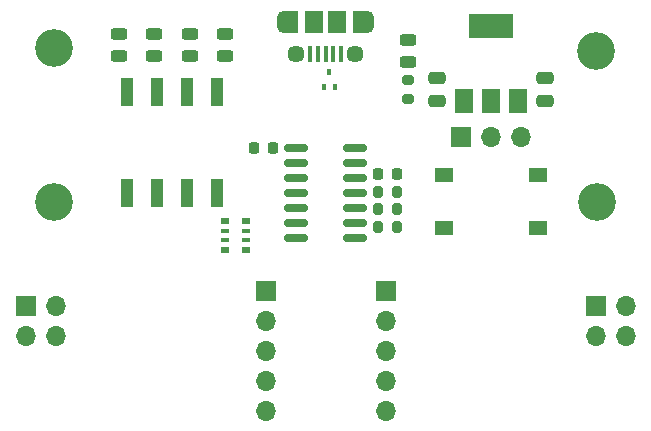
<source format=gts>
%TF.GenerationSoftware,KiCad,Pcbnew,(6.0.2)*%
%TF.CreationDate,2022-05-14T01:06:09+01:00*%
%TF.ProjectId,mcp_breadboard,6d63705f-6272-4656-9164-626f6172642e,rev?*%
%TF.SameCoordinates,Original*%
%TF.FileFunction,Soldermask,Top*%
%TF.FilePolarity,Negative*%
%FSLAX46Y46*%
G04 Gerber Fmt 4.6, Leading zero omitted, Abs format (unit mm)*
G04 Created by KiCad (PCBNEW (6.0.2)) date 2022-05-14 01:06:09*
%MOMM*%
%LPD*%
G01*
G04 APERTURE LIST*
G04 Aperture macros list*
%AMRoundRect*
0 Rectangle with rounded corners*
0 $1 Rounding radius*
0 $2 $3 $4 $5 $6 $7 $8 $9 X,Y pos of 4 corners*
0 Add a 4 corners polygon primitive as box body*
4,1,4,$2,$3,$4,$5,$6,$7,$8,$9,$2,$3,0*
0 Add four circle primitives for the rounded corners*
1,1,$1+$1,$2,$3*
1,1,$1+$1,$4,$5*
1,1,$1+$1,$6,$7*
1,1,$1+$1,$8,$9*
0 Add four rect primitives between the rounded corners*
20,1,$1+$1,$2,$3,$4,$5,0*
20,1,$1+$1,$4,$5,$6,$7,0*
20,1,$1+$1,$6,$7,$8,$9,0*
20,1,$1+$1,$8,$9,$2,$3,0*%
G04 Aperture macros list end*
%ADD10RoundRect,0.250000X0.475000X-0.250000X0.475000X0.250000X-0.475000X0.250000X-0.475000X-0.250000X0*%
%ADD11RoundRect,0.200000X-0.200000X-0.275000X0.200000X-0.275000X0.200000X0.275000X-0.200000X0.275000X0*%
%ADD12RoundRect,0.243750X0.456250X-0.243750X0.456250X0.243750X-0.456250X0.243750X-0.456250X-0.243750X0*%
%ADD13R,1.500000X2.000000*%
%ADD14R,3.800000X2.000000*%
%ADD15C,3.200000*%
%ADD16R,0.400000X0.510000*%
%ADD17R,1.500000X1.900000*%
%ADD18R,1.200000X1.900000*%
%ADD19O,1.200000X1.900000*%
%ADD20C,1.450000*%
%ADD21R,0.400000X1.350000*%
%ADD22O,1.700000X1.700000*%
%ADD23R,1.700000X1.700000*%
%ADD24R,1.550000X1.300000*%
%ADD25RoundRect,0.150000X-0.825000X-0.150000X0.825000X-0.150000X0.825000X0.150000X-0.825000X0.150000X0*%
%ADD26RoundRect,0.225000X0.225000X0.250000X-0.225000X0.250000X-0.225000X-0.250000X0.225000X-0.250000X0*%
%ADD27RoundRect,0.243750X-0.456250X0.243750X-0.456250X-0.243750X0.456250X-0.243750X0.456250X0.243750X0*%
%ADD28RoundRect,0.225000X-0.225000X-0.250000X0.225000X-0.250000X0.225000X0.250000X-0.225000X0.250000X0*%
%ADD29R,1.120000X2.440000*%
%ADD30RoundRect,0.200000X-0.275000X0.200000X-0.275000X-0.200000X0.275000X-0.200000X0.275000X0.200000X0*%
%ADD31R,0.800000X0.500000*%
%ADD32R,0.800000X0.400000*%
G04 APERTURE END LIST*
D10*
%TO.C,C4*%
X68600000Y-34550000D03*
X68600000Y-36450000D03*
%TD*%
D11*
%TO.C,R2*%
X56075000Y-45650000D03*
X54425000Y-45650000D03*
%TD*%
D12*
%TO.C,D3*%
X35500000Y-30802500D03*
X35500000Y-32677500D03*
%TD*%
D13*
%TO.C,U2*%
X66310000Y-36440000D03*
X64010000Y-36440000D03*
D14*
X64010000Y-30140000D03*
D13*
X61710000Y-36440000D03*
%TD*%
D11*
%TO.C,R3*%
X56075000Y-44150000D03*
X54425000Y-44150000D03*
%TD*%
D15*
%TO.C,H1*%
X27000000Y-45000000D03*
%TD*%
%TO.C,H4*%
X73000000Y-45000000D03*
%TD*%
D12*
%TO.C,D4*%
X32500000Y-30802500D03*
X32500000Y-32677500D03*
%TD*%
D10*
%TO.C,C3*%
X59400000Y-34550000D03*
X59400000Y-36450000D03*
%TD*%
D16*
%TO.C,D6*%
X50331000Y-34017351D03*
X50831000Y-35307351D03*
X49831000Y-35307351D03*
%TD*%
D17*
%TO.C,J5*%
X51000000Y-29762500D03*
D18*
X52900000Y-29762500D03*
D17*
X49000000Y-29762500D03*
D19*
X53500000Y-29762500D03*
D18*
X47100000Y-29762500D03*
D19*
X46500000Y-29762500D03*
D20*
X52500000Y-32462500D03*
X47500000Y-32462500D03*
D21*
X48700000Y-32462500D03*
X49350000Y-32462500D03*
X50000000Y-32462500D03*
X50650000Y-32462500D03*
X51300000Y-32462500D03*
%TD*%
D22*
%TO.C,SW3*%
X66540000Y-39500000D03*
X64000000Y-39500000D03*
D23*
X61460000Y-39500000D03*
%TD*%
D12*
%TO.C,D1*%
X41500000Y-30802500D03*
X41500000Y-32677500D03*
%TD*%
D24*
%TO.C,SW1*%
X60025000Y-47250000D03*
X67975000Y-47250000D03*
X60025000Y-42750000D03*
X67975000Y-42750000D03*
%TD*%
D25*
%TO.C,U1*%
X52475000Y-40440000D03*
X52475000Y-41710000D03*
X52475000Y-42980000D03*
X52475000Y-44250000D03*
X52475000Y-45520000D03*
X52475000Y-46790000D03*
X52475000Y-48060000D03*
X47525000Y-48060000D03*
X47525000Y-46790000D03*
X47525000Y-45520000D03*
X47525000Y-44250000D03*
X47525000Y-42980000D03*
X47525000Y-41710000D03*
X47525000Y-40440000D03*
%TD*%
D26*
%TO.C,C1*%
X43975000Y-40450000D03*
X45525000Y-40450000D03*
%TD*%
D15*
%TO.C,H2*%
X27000000Y-32000000D03*
%TD*%
D27*
%TO.C,D5*%
X57000000Y-33187500D03*
X57000000Y-31312500D03*
%TD*%
D15*
%TO.C,H3*%
X72860000Y-32220000D03*
%TD*%
D12*
%TO.C,D2*%
X38500000Y-30802500D03*
X38500000Y-32677500D03*
%TD*%
D28*
%TO.C,C2*%
X56025000Y-42650000D03*
X54475000Y-42650000D03*
%TD*%
D29*
%TO.C,SW2*%
X40810000Y-44305000D03*
X38270000Y-44305000D03*
X35730000Y-44305000D03*
X33190000Y-44305000D03*
X33190000Y-35695000D03*
X35730000Y-35695000D03*
X38270000Y-35695000D03*
X40810000Y-35695000D03*
%TD*%
D30*
%TO.C,R4*%
X57000000Y-36325000D03*
X57000000Y-34675000D03*
%TD*%
D11*
%TO.C,R1*%
X56075000Y-47150000D03*
X54425000Y-47150000D03*
%TD*%
D31*
%TO.C,RN1*%
X43250000Y-46675000D03*
D32*
X43250000Y-47475000D03*
X43250000Y-48275000D03*
D31*
X43250000Y-49075000D03*
X41450000Y-49075000D03*
D32*
X41450000Y-48275000D03*
X41450000Y-47475000D03*
D31*
X41450000Y-46675000D03*
%TD*%
D22*
%TO.C,J3*%
X44920000Y-62700000D03*
X44920000Y-60160000D03*
X44920000Y-57620000D03*
X44920000Y-55080000D03*
D23*
X44920000Y-52540000D03*
%TD*%
D22*
%TO.C,J4*%
X55080000Y-62700000D03*
X55080000Y-60160000D03*
X55080000Y-57620000D03*
X55080000Y-55080000D03*
D23*
X55080000Y-52540000D03*
%TD*%
D22*
%TO.C,J2*%
X75400000Y-56350000D03*
X75400000Y-53810000D03*
X72860000Y-56350000D03*
D23*
X72860000Y-53810000D03*
%TD*%
D22*
%TO.C,J1*%
X27140000Y-56350000D03*
X27140000Y-53810000D03*
X24600000Y-56350000D03*
D23*
X24600000Y-53810000D03*
%TD*%
M02*

</source>
